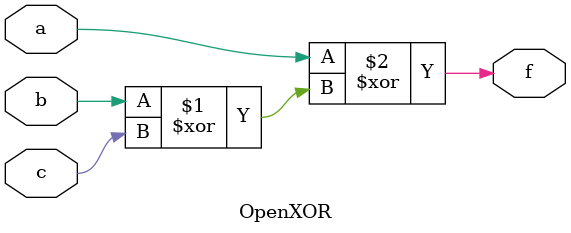
<source format=v>
module OpenXOR(a, b, c, f);
input a, b, c;
output f;
assign f = a ^ (b ^ c);
endmodule
</source>
